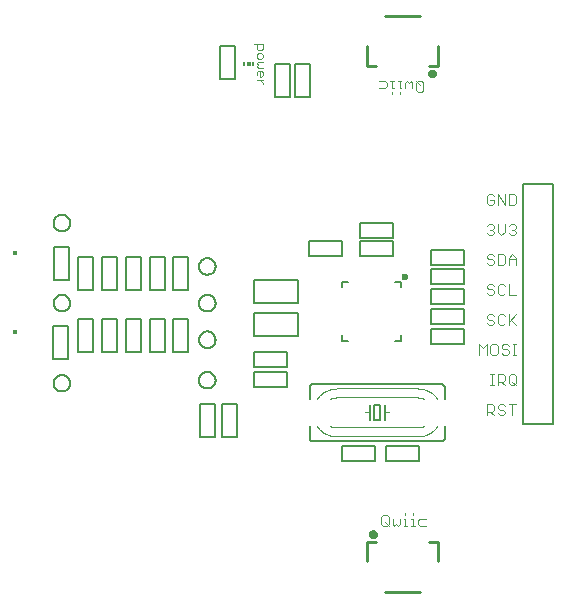
<source format=gbr>
G04 EAGLE Gerber RS-274X export*
G75*
%MOMM*%
%FSLAX34Y34*%
%LPD*%
%INSilkscreen Top*%
%IPPOS*%
%AMOC8*
5,1,8,0,0,1.08239X$1,22.5*%
G01*
%ADD10C,0.101600*%
%ADD11C,0.076200*%
%ADD12C,0.203200*%
%ADD13C,0.127000*%
%ADD14R,0.300000X0.300000*%
%ADD15C,0.200000*%
%ADD16C,0.600000*%
%ADD17C,0.050800*%
%ADD18C,0.152400*%
%ADD19C,0.400000*%
%ADD20C,0.254000*%
%ADD21R,0.150000X0.300000*%


D10*
X1057536Y341129D02*
X1056010Y342654D01*
X1052960Y342654D01*
X1051434Y341129D01*
X1051434Y335027D01*
X1052960Y333502D01*
X1056010Y333502D01*
X1057536Y335027D01*
X1057536Y338078D01*
X1054485Y338078D01*
X1060790Y333502D02*
X1060790Y342654D01*
X1066891Y333502D01*
X1066891Y342654D01*
X1070145Y342654D02*
X1070145Y333502D01*
X1074721Y333502D01*
X1076246Y335027D01*
X1076246Y341129D01*
X1074721Y342654D01*
X1070145Y342654D01*
X1052960Y317254D02*
X1051434Y315729D01*
X1052960Y317254D02*
X1056010Y317254D01*
X1057536Y315729D01*
X1057536Y314203D01*
X1056010Y312678D01*
X1054485Y312678D01*
X1056010Y312678D02*
X1057536Y311153D01*
X1057536Y309627D01*
X1056010Y308102D01*
X1052960Y308102D01*
X1051434Y309627D01*
X1060790Y311153D02*
X1060790Y317254D01*
X1060790Y311153D02*
X1063840Y308102D01*
X1066891Y311153D01*
X1066891Y317254D01*
X1070145Y315729D02*
X1071670Y317254D01*
X1074721Y317254D01*
X1076246Y315729D01*
X1076246Y314203D01*
X1074721Y312678D01*
X1073195Y312678D01*
X1074721Y312678D02*
X1076246Y311153D01*
X1076246Y309627D01*
X1074721Y308102D01*
X1071670Y308102D01*
X1070145Y309627D01*
X1056010Y292108D02*
X1057536Y290583D01*
X1056010Y292108D02*
X1052960Y292108D01*
X1051434Y290583D01*
X1051434Y289057D01*
X1052960Y287532D01*
X1056010Y287532D01*
X1057536Y286007D01*
X1057536Y284481D01*
X1056010Y282956D01*
X1052960Y282956D01*
X1051434Y284481D01*
X1060790Y282956D02*
X1060790Y292108D01*
X1060790Y282956D02*
X1065366Y282956D01*
X1066891Y284481D01*
X1066891Y290583D01*
X1065366Y292108D01*
X1060790Y292108D01*
X1070145Y289057D02*
X1070145Y282956D01*
X1070145Y289057D02*
X1073195Y292108D01*
X1076246Y289057D01*
X1076246Y282956D01*
X1076246Y287532D02*
X1070145Y287532D01*
X1056010Y266708D02*
X1057536Y265183D01*
X1056010Y266708D02*
X1052960Y266708D01*
X1051434Y265183D01*
X1051434Y263657D01*
X1052960Y262132D01*
X1056010Y262132D01*
X1057536Y260607D01*
X1057536Y259081D01*
X1056010Y257556D01*
X1052960Y257556D01*
X1051434Y259081D01*
X1065366Y266708D02*
X1066891Y265183D01*
X1065366Y266708D02*
X1062315Y266708D01*
X1060790Y265183D01*
X1060790Y259081D01*
X1062315Y257556D01*
X1065366Y257556D01*
X1066891Y259081D01*
X1070145Y257556D02*
X1070145Y266708D01*
X1070145Y257556D02*
X1076246Y257556D01*
X1057536Y239529D02*
X1056010Y241054D01*
X1052960Y241054D01*
X1051434Y239529D01*
X1051434Y238003D01*
X1052960Y236478D01*
X1056010Y236478D01*
X1057536Y234953D01*
X1057536Y233427D01*
X1056010Y231902D01*
X1052960Y231902D01*
X1051434Y233427D01*
X1065366Y241054D02*
X1066891Y239529D01*
X1065366Y241054D02*
X1062315Y241054D01*
X1060790Y239529D01*
X1060790Y233427D01*
X1062315Y231902D01*
X1065366Y231902D01*
X1066891Y233427D01*
X1070145Y231902D02*
X1070145Y241054D01*
X1070145Y234953D02*
X1076246Y241054D01*
X1071670Y236478D02*
X1076246Y231902D01*
X1045198Y215908D02*
X1045198Y206756D01*
X1048248Y212857D02*
X1045198Y215908D01*
X1048248Y212857D02*
X1051299Y215908D01*
X1051299Y206756D01*
X1056078Y215908D02*
X1059129Y215908D01*
X1056078Y215908D02*
X1054553Y214383D01*
X1054553Y208281D01*
X1056078Y206756D01*
X1059129Y206756D01*
X1060654Y208281D01*
X1060654Y214383D01*
X1059129Y215908D01*
X1068484Y215908D02*
X1070009Y214383D01*
X1068484Y215908D02*
X1065433Y215908D01*
X1063908Y214383D01*
X1063908Y212857D01*
X1065433Y211332D01*
X1068484Y211332D01*
X1070009Y209807D01*
X1070009Y208281D01*
X1068484Y206756D01*
X1065433Y206756D01*
X1063908Y208281D01*
X1073263Y206756D02*
X1076314Y206756D01*
X1074788Y206756D02*
X1074788Y215908D01*
X1073263Y215908D02*
X1076314Y215908D01*
X1057603Y181102D02*
X1054553Y181102D01*
X1056078Y181102D02*
X1056078Y190254D01*
X1054553Y190254D02*
X1057603Y190254D01*
X1060790Y190254D02*
X1060790Y181102D01*
X1060790Y190254D02*
X1065366Y190254D01*
X1066891Y188729D01*
X1066891Y185678D01*
X1065366Y184153D01*
X1060790Y184153D01*
X1063840Y184153D02*
X1066891Y181102D01*
X1070145Y182627D02*
X1070145Y188729D01*
X1071670Y190254D01*
X1074721Y190254D01*
X1076246Y188729D01*
X1076246Y182627D01*
X1074721Y181102D01*
X1071670Y181102D01*
X1070145Y182627D01*
X1073195Y184153D02*
X1076246Y181102D01*
X1051434Y164854D02*
X1051434Y155702D01*
X1051434Y164854D02*
X1056010Y164854D01*
X1057536Y163329D01*
X1057536Y160278D01*
X1056010Y158753D01*
X1051434Y158753D01*
X1054485Y158753D02*
X1057536Y155702D01*
X1065366Y164854D02*
X1066891Y163329D01*
X1065366Y164854D02*
X1062315Y164854D01*
X1060790Y163329D01*
X1060790Y161803D01*
X1062315Y160278D01*
X1065366Y160278D01*
X1066891Y158753D01*
X1066891Y157227D01*
X1065366Y155702D01*
X1062315Y155702D01*
X1060790Y157227D01*
X1073195Y155702D02*
X1073195Y164854D01*
X1070145Y164854D02*
X1076246Y164854D01*
D11*
X962279Y69687D02*
X962279Y63417D01*
X962279Y69687D02*
X963847Y71255D01*
X966982Y71255D01*
X968550Y69687D01*
X968550Y63417D01*
X966982Y61849D01*
X963847Y61849D01*
X962279Y63417D01*
X965414Y64984D02*
X968550Y61849D01*
X971634Y63417D02*
X971634Y68120D01*
X971634Y63417D02*
X973202Y61849D01*
X974770Y63417D01*
X976337Y61849D01*
X977905Y63417D01*
X977905Y68120D01*
X980989Y68120D02*
X982557Y68120D01*
X982557Y61849D01*
X980989Y61849D02*
X984125Y61849D01*
X982557Y71255D02*
X982557Y72823D01*
X987226Y68120D02*
X988794Y68120D01*
X988794Y61849D01*
X987226Y61849D02*
X990362Y61849D01*
X988794Y71255D02*
X988794Y72823D01*
X995031Y68120D02*
X999734Y68120D01*
X995031Y68120D02*
X993463Y66552D01*
X993463Y63417D01*
X995031Y61849D01*
X999734Y61849D01*
X997839Y430947D02*
X997839Y437217D01*
X997839Y430947D02*
X996271Y429379D01*
X993136Y429379D01*
X991568Y430947D01*
X991568Y437217D01*
X993136Y438785D01*
X996271Y438785D01*
X997839Y437217D01*
X994704Y435650D02*
X991568Y438785D01*
X988484Y437217D02*
X988484Y432514D01*
X988484Y437217D02*
X986916Y438785D01*
X985348Y437217D01*
X983781Y438785D01*
X982213Y437217D01*
X982213Y432514D01*
X979129Y432514D02*
X977561Y432514D01*
X977561Y438785D01*
X979129Y438785D02*
X975993Y438785D01*
X977561Y429379D02*
X977561Y427811D01*
X972892Y432514D02*
X971324Y432514D01*
X971324Y438785D01*
X969757Y438785D02*
X972892Y438785D01*
X971324Y429379D02*
X971324Y427811D01*
X965087Y432514D02*
X960384Y432514D01*
X965087Y432514D02*
X966655Y434082D01*
X966655Y437217D01*
X965087Y438785D01*
X960384Y438785D01*
X861784Y469773D02*
X854412Y469773D01*
X861784Y469773D02*
X861784Y466087D01*
X860555Y464858D01*
X858098Y464858D01*
X856869Y466087D01*
X856869Y469773D01*
X856869Y461060D02*
X856869Y458603D01*
X858098Y457374D01*
X860555Y457374D01*
X861784Y458603D01*
X861784Y461060D01*
X860555Y462289D01*
X858098Y462289D01*
X856869Y461060D01*
X858098Y454805D02*
X861784Y454805D01*
X858098Y454805D02*
X856869Y453576D01*
X858098Y452347D01*
X856869Y451119D01*
X858098Y449890D01*
X861784Y449890D01*
X856869Y446092D02*
X856869Y443634D01*
X856869Y446092D02*
X858098Y447321D01*
X860555Y447321D01*
X861784Y446092D01*
X861784Y443634D01*
X860555Y442406D01*
X859326Y442406D01*
X859326Y447321D01*
X856869Y439836D02*
X861784Y439836D01*
X861784Y437379D02*
X859326Y439836D01*
X861784Y437379D02*
X861784Y436150D01*
D12*
X891700Y270350D02*
X891700Y250350D01*
X854700Y250350D01*
X854700Y270350D01*
X891700Y270350D01*
X891700Y242410D02*
X891700Y222410D01*
X854700Y222410D01*
X854700Y242410D01*
X891700Y242410D01*
D13*
X758860Y261580D02*
X758860Y289520D01*
X758860Y261580D02*
X746160Y261580D01*
X746160Y289520D01*
X758860Y289520D01*
X758860Y237530D02*
X758860Y209590D01*
X746160Y209590D01*
X746160Y237530D01*
X758860Y237530D01*
X779140Y261580D02*
X779140Y289520D01*
X779140Y261580D02*
X766440Y261580D01*
X766440Y289520D01*
X779140Y289520D01*
X779140Y237530D02*
X779140Y209590D01*
X766440Y209590D01*
X766440Y237530D01*
X779140Y237530D01*
X738580Y261580D02*
X738580Y289520D01*
X738580Y261580D02*
X725880Y261580D01*
X725880Y289520D01*
X738580Y289520D01*
X738580Y237530D02*
X738580Y209590D01*
X725880Y209590D01*
X725880Y237530D01*
X738580Y237530D01*
X718300Y261580D02*
X718300Y289520D01*
X718300Y261580D02*
X705600Y261580D01*
X705600Y289520D01*
X718300Y289520D01*
X718300Y237530D02*
X718300Y209590D01*
X705600Y209590D01*
X705600Y237530D01*
X718300Y237530D01*
D12*
X807780Y281760D02*
X807782Y281932D01*
X807788Y282103D01*
X807799Y282275D01*
X807814Y282446D01*
X807833Y282617D01*
X807856Y282787D01*
X807883Y282957D01*
X807915Y283126D01*
X807950Y283294D01*
X807990Y283461D01*
X808034Y283627D01*
X808081Y283792D01*
X808133Y283956D01*
X808189Y284118D01*
X808249Y284279D01*
X808313Y284439D01*
X808381Y284597D01*
X808452Y284753D01*
X808527Y284907D01*
X808607Y285060D01*
X808689Y285210D01*
X808776Y285359D01*
X808866Y285505D01*
X808960Y285649D01*
X809057Y285791D01*
X809158Y285930D01*
X809262Y286067D01*
X809369Y286201D01*
X809480Y286332D01*
X809593Y286461D01*
X809710Y286587D01*
X809830Y286710D01*
X809953Y286830D01*
X810079Y286947D01*
X810208Y287060D01*
X810339Y287171D01*
X810473Y287278D01*
X810610Y287382D01*
X810749Y287483D01*
X810891Y287580D01*
X811035Y287674D01*
X811181Y287764D01*
X811330Y287851D01*
X811480Y287933D01*
X811633Y288013D01*
X811787Y288088D01*
X811943Y288159D01*
X812101Y288227D01*
X812261Y288291D01*
X812422Y288351D01*
X812584Y288407D01*
X812748Y288459D01*
X812913Y288506D01*
X813079Y288550D01*
X813246Y288590D01*
X813414Y288625D01*
X813583Y288657D01*
X813753Y288684D01*
X813923Y288707D01*
X814094Y288726D01*
X814265Y288741D01*
X814437Y288752D01*
X814608Y288758D01*
X814780Y288760D01*
X814952Y288758D01*
X815123Y288752D01*
X815295Y288741D01*
X815466Y288726D01*
X815637Y288707D01*
X815807Y288684D01*
X815977Y288657D01*
X816146Y288625D01*
X816314Y288590D01*
X816481Y288550D01*
X816647Y288506D01*
X816812Y288459D01*
X816976Y288407D01*
X817138Y288351D01*
X817299Y288291D01*
X817459Y288227D01*
X817617Y288159D01*
X817773Y288088D01*
X817927Y288013D01*
X818080Y287933D01*
X818230Y287851D01*
X818379Y287764D01*
X818525Y287674D01*
X818669Y287580D01*
X818811Y287483D01*
X818950Y287382D01*
X819087Y287278D01*
X819221Y287171D01*
X819352Y287060D01*
X819481Y286947D01*
X819607Y286830D01*
X819730Y286710D01*
X819850Y286587D01*
X819967Y286461D01*
X820080Y286332D01*
X820191Y286201D01*
X820298Y286067D01*
X820402Y285930D01*
X820503Y285791D01*
X820600Y285649D01*
X820694Y285505D01*
X820784Y285359D01*
X820871Y285210D01*
X820953Y285060D01*
X821033Y284907D01*
X821108Y284753D01*
X821179Y284597D01*
X821247Y284439D01*
X821311Y284279D01*
X821371Y284118D01*
X821427Y283956D01*
X821479Y283792D01*
X821526Y283627D01*
X821570Y283461D01*
X821610Y283294D01*
X821645Y283126D01*
X821677Y282957D01*
X821704Y282787D01*
X821727Y282617D01*
X821746Y282446D01*
X821761Y282275D01*
X821772Y282103D01*
X821778Y281932D01*
X821780Y281760D01*
X821778Y281588D01*
X821772Y281417D01*
X821761Y281245D01*
X821746Y281074D01*
X821727Y280903D01*
X821704Y280733D01*
X821677Y280563D01*
X821645Y280394D01*
X821610Y280226D01*
X821570Y280059D01*
X821526Y279893D01*
X821479Y279728D01*
X821427Y279564D01*
X821371Y279402D01*
X821311Y279241D01*
X821247Y279081D01*
X821179Y278923D01*
X821108Y278767D01*
X821033Y278613D01*
X820953Y278460D01*
X820871Y278310D01*
X820784Y278161D01*
X820694Y278015D01*
X820600Y277871D01*
X820503Y277729D01*
X820402Y277590D01*
X820298Y277453D01*
X820191Y277319D01*
X820080Y277188D01*
X819967Y277059D01*
X819850Y276933D01*
X819730Y276810D01*
X819607Y276690D01*
X819481Y276573D01*
X819352Y276460D01*
X819221Y276349D01*
X819087Y276242D01*
X818950Y276138D01*
X818811Y276037D01*
X818669Y275940D01*
X818525Y275846D01*
X818379Y275756D01*
X818230Y275669D01*
X818080Y275587D01*
X817927Y275507D01*
X817773Y275432D01*
X817617Y275361D01*
X817459Y275293D01*
X817299Y275229D01*
X817138Y275169D01*
X816976Y275113D01*
X816812Y275061D01*
X816647Y275014D01*
X816481Y274970D01*
X816314Y274930D01*
X816146Y274895D01*
X815977Y274863D01*
X815807Y274836D01*
X815637Y274813D01*
X815466Y274794D01*
X815295Y274779D01*
X815123Y274768D01*
X814952Y274762D01*
X814780Y274760D01*
X814608Y274762D01*
X814437Y274768D01*
X814265Y274779D01*
X814094Y274794D01*
X813923Y274813D01*
X813753Y274836D01*
X813583Y274863D01*
X813414Y274895D01*
X813246Y274930D01*
X813079Y274970D01*
X812913Y275014D01*
X812748Y275061D01*
X812584Y275113D01*
X812422Y275169D01*
X812261Y275229D01*
X812101Y275293D01*
X811943Y275361D01*
X811787Y275432D01*
X811633Y275507D01*
X811480Y275587D01*
X811330Y275669D01*
X811181Y275756D01*
X811035Y275846D01*
X810891Y275940D01*
X810749Y276037D01*
X810610Y276138D01*
X810473Y276242D01*
X810339Y276349D01*
X810208Y276460D01*
X810079Y276573D01*
X809953Y276690D01*
X809830Y276810D01*
X809710Y276933D01*
X809593Y277059D01*
X809480Y277188D01*
X809369Y277319D01*
X809262Y277453D01*
X809158Y277590D01*
X809057Y277729D01*
X808960Y277871D01*
X808866Y278015D01*
X808776Y278161D01*
X808689Y278310D01*
X808607Y278460D01*
X808527Y278613D01*
X808452Y278767D01*
X808381Y278923D01*
X808313Y279081D01*
X808249Y279241D01*
X808189Y279402D01*
X808133Y279564D01*
X808081Y279728D01*
X808034Y279893D01*
X807990Y280059D01*
X807950Y280226D01*
X807915Y280394D01*
X807883Y280563D01*
X807856Y280733D01*
X807833Y280903D01*
X807814Y281074D01*
X807799Y281245D01*
X807788Y281417D01*
X807782Y281588D01*
X807780Y281760D01*
X807780Y250730D02*
X807782Y250902D01*
X807788Y251073D01*
X807799Y251245D01*
X807814Y251416D01*
X807833Y251587D01*
X807856Y251757D01*
X807883Y251927D01*
X807915Y252096D01*
X807950Y252264D01*
X807990Y252431D01*
X808034Y252597D01*
X808081Y252762D01*
X808133Y252926D01*
X808189Y253088D01*
X808249Y253249D01*
X808313Y253409D01*
X808381Y253567D01*
X808452Y253723D01*
X808527Y253877D01*
X808607Y254030D01*
X808689Y254180D01*
X808776Y254329D01*
X808866Y254475D01*
X808960Y254619D01*
X809057Y254761D01*
X809158Y254900D01*
X809262Y255037D01*
X809369Y255171D01*
X809480Y255302D01*
X809593Y255431D01*
X809710Y255557D01*
X809830Y255680D01*
X809953Y255800D01*
X810079Y255917D01*
X810208Y256030D01*
X810339Y256141D01*
X810473Y256248D01*
X810610Y256352D01*
X810749Y256453D01*
X810891Y256550D01*
X811035Y256644D01*
X811181Y256734D01*
X811330Y256821D01*
X811480Y256903D01*
X811633Y256983D01*
X811787Y257058D01*
X811943Y257129D01*
X812101Y257197D01*
X812261Y257261D01*
X812422Y257321D01*
X812584Y257377D01*
X812748Y257429D01*
X812913Y257476D01*
X813079Y257520D01*
X813246Y257560D01*
X813414Y257595D01*
X813583Y257627D01*
X813753Y257654D01*
X813923Y257677D01*
X814094Y257696D01*
X814265Y257711D01*
X814437Y257722D01*
X814608Y257728D01*
X814780Y257730D01*
X814952Y257728D01*
X815123Y257722D01*
X815295Y257711D01*
X815466Y257696D01*
X815637Y257677D01*
X815807Y257654D01*
X815977Y257627D01*
X816146Y257595D01*
X816314Y257560D01*
X816481Y257520D01*
X816647Y257476D01*
X816812Y257429D01*
X816976Y257377D01*
X817138Y257321D01*
X817299Y257261D01*
X817459Y257197D01*
X817617Y257129D01*
X817773Y257058D01*
X817927Y256983D01*
X818080Y256903D01*
X818230Y256821D01*
X818379Y256734D01*
X818525Y256644D01*
X818669Y256550D01*
X818811Y256453D01*
X818950Y256352D01*
X819087Y256248D01*
X819221Y256141D01*
X819352Y256030D01*
X819481Y255917D01*
X819607Y255800D01*
X819730Y255680D01*
X819850Y255557D01*
X819967Y255431D01*
X820080Y255302D01*
X820191Y255171D01*
X820298Y255037D01*
X820402Y254900D01*
X820503Y254761D01*
X820600Y254619D01*
X820694Y254475D01*
X820784Y254329D01*
X820871Y254180D01*
X820953Y254030D01*
X821033Y253877D01*
X821108Y253723D01*
X821179Y253567D01*
X821247Y253409D01*
X821311Y253249D01*
X821371Y253088D01*
X821427Y252926D01*
X821479Y252762D01*
X821526Y252597D01*
X821570Y252431D01*
X821610Y252264D01*
X821645Y252096D01*
X821677Y251927D01*
X821704Y251757D01*
X821727Y251587D01*
X821746Y251416D01*
X821761Y251245D01*
X821772Y251073D01*
X821778Y250902D01*
X821780Y250730D01*
X821778Y250558D01*
X821772Y250387D01*
X821761Y250215D01*
X821746Y250044D01*
X821727Y249873D01*
X821704Y249703D01*
X821677Y249533D01*
X821645Y249364D01*
X821610Y249196D01*
X821570Y249029D01*
X821526Y248863D01*
X821479Y248698D01*
X821427Y248534D01*
X821371Y248372D01*
X821311Y248211D01*
X821247Y248051D01*
X821179Y247893D01*
X821108Y247737D01*
X821033Y247583D01*
X820953Y247430D01*
X820871Y247280D01*
X820784Y247131D01*
X820694Y246985D01*
X820600Y246841D01*
X820503Y246699D01*
X820402Y246560D01*
X820298Y246423D01*
X820191Y246289D01*
X820080Y246158D01*
X819967Y246029D01*
X819850Y245903D01*
X819730Y245780D01*
X819607Y245660D01*
X819481Y245543D01*
X819352Y245430D01*
X819221Y245319D01*
X819087Y245212D01*
X818950Y245108D01*
X818811Y245007D01*
X818669Y244910D01*
X818525Y244816D01*
X818379Y244726D01*
X818230Y244639D01*
X818080Y244557D01*
X817927Y244477D01*
X817773Y244402D01*
X817617Y244331D01*
X817459Y244263D01*
X817299Y244199D01*
X817138Y244139D01*
X816976Y244083D01*
X816812Y244031D01*
X816647Y243984D01*
X816481Y243940D01*
X816314Y243900D01*
X816146Y243865D01*
X815977Y243833D01*
X815807Y243806D01*
X815637Y243783D01*
X815466Y243764D01*
X815295Y243749D01*
X815123Y243738D01*
X814952Y243732D01*
X814780Y243730D01*
X814608Y243732D01*
X814437Y243738D01*
X814265Y243749D01*
X814094Y243764D01*
X813923Y243783D01*
X813753Y243806D01*
X813583Y243833D01*
X813414Y243865D01*
X813246Y243900D01*
X813079Y243940D01*
X812913Y243984D01*
X812748Y244031D01*
X812584Y244083D01*
X812422Y244139D01*
X812261Y244199D01*
X812101Y244263D01*
X811943Y244331D01*
X811787Y244402D01*
X811633Y244477D01*
X811480Y244557D01*
X811330Y244639D01*
X811181Y244726D01*
X811035Y244816D01*
X810891Y244910D01*
X810749Y245007D01*
X810610Y245108D01*
X810473Y245212D01*
X810339Y245319D01*
X810208Y245430D01*
X810079Y245543D01*
X809953Y245660D01*
X809830Y245780D01*
X809710Y245903D01*
X809593Y246029D01*
X809480Y246158D01*
X809369Y246289D01*
X809262Y246423D01*
X809158Y246560D01*
X809057Y246699D01*
X808960Y246841D01*
X808866Y246985D01*
X808776Y247131D01*
X808689Y247280D01*
X808607Y247430D01*
X808527Y247583D01*
X808452Y247737D01*
X808381Y247893D01*
X808313Y248051D01*
X808249Y248211D01*
X808189Y248372D01*
X808133Y248534D01*
X808081Y248698D01*
X808034Y248863D01*
X807990Y249029D01*
X807950Y249196D01*
X807915Y249364D01*
X807883Y249533D01*
X807856Y249703D01*
X807833Y249873D01*
X807814Y250044D01*
X807799Y250215D01*
X807788Y250387D01*
X807782Y250558D01*
X807780Y250730D01*
X807780Y219700D02*
X807782Y219872D01*
X807788Y220043D01*
X807799Y220215D01*
X807814Y220386D01*
X807833Y220557D01*
X807856Y220727D01*
X807883Y220897D01*
X807915Y221066D01*
X807950Y221234D01*
X807990Y221401D01*
X808034Y221567D01*
X808081Y221732D01*
X808133Y221896D01*
X808189Y222058D01*
X808249Y222219D01*
X808313Y222379D01*
X808381Y222537D01*
X808452Y222693D01*
X808527Y222847D01*
X808607Y223000D01*
X808689Y223150D01*
X808776Y223299D01*
X808866Y223445D01*
X808960Y223589D01*
X809057Y223731D01*
X809158Y223870D01*
X809262Y224007D01*
X809369Y224141D01*
X809480Y224272D01*
X809593Y224401D01*
X809710Y224527D01*
X809830Y224650D01*
X809953Y224770D01*
X810079Y224887D01*
X810208Y225000D01*
X810339Y225111D01*
X810473Y225218D01*
X810610Y225322D01*
X810749Y225423D01*
X810891Y225520D01*
X811035Y225614D01*
X811181Y225704D01*
X811330Y225791D01*
X811480Y225873D01*
X811633Y225953D01*
X811787Y226028D01*
X811943Y226099D01*
X812101Y226167D01*
X812261Y226231D01*
X812422Y226291D01*
X812584Y226347D01*
X812748Y226399D01*
X812913Y226446D01*
X813079Y226490D01*
X813246Y226530D01*
X813414Y226565D01*
X813583Y226597D01*
X813753Y226624D01*
X813923Y226647D01*
X814094Y226666D01*
X814265Y226681D01*
X814437Y226692D01*
X814608Y226698D01*
X814780Y226700D01*
X814952Y226698D01*
X815123Y226692D01*
X815295Y226681D01*
X815466Y226666D01*
X815637Y226647D01*
X815807Y226624D01*
X815977Y226597D01*
X816146Y226565D01*
X816314Y226530D01*
X816481Y226490D01*
X816647Y226446D01*
X816812Y226399D01*
X816976Y226347D01*
X817138Y226291D01*
X817299Y226231D01*
X817459Y226167D01*
X817617Y226099D01*
X817773Y226028D01*
X817927Y225953D01*
X818080Y225873D01*
X818230Y225791D01*
X818379Y225704D01*
X818525Y225614D01*
X818669Y225520D01*
X818811Y225423D01*
X818950Y225322D01*
X819087Y225218D01*
X819221Y225111D01*
X819352Y225000D01*
X819481Y224887D01*
X819607Y224770D01*
X819730Y224650D01*
X819850Y224527D01*
X819967Y224401D01*
X820080Y224272D01*
X820191Y224141D01*
X820298Y224007D01*
X820402Y223870D01*
X820503Y223731D01*
X820600Y223589D01*
X820694Y223445D01*
X820784Y223299D01*
X820871Y223150D01*
X820953Y223000D01*
X821033Y222847D01*
X821108Y222693D01*
X821179Y222537D01*
X821247Y222379D01*
X821311Y222219D01*
X821371Y222058D01*
X821427Y221896D01*
X821479Y221732D01*
X821526Y221567D01*
X821570Y221401D01*
X821610Y221234D01*
X821645Y221066D01*
X821677Y220897D01*
X821704Y220727D01*
X821727Y220557D01*
X821746Y220386D01*
X821761Y220215D01*
X821772Y220043D01*
X821778Y219872D01*
X821780Y219700D01*
X821778Y219528D01*
X821772Y219357D01*
X821761Y219185D01*
X821746Y219014D01*
X821727Y218843D01*
X821704Y218673D01*
X821677Y218503D01*
X821645Y218334D01*
X821610Y218166D01*
X821570Y217999D01*
X821526Y217833D01*
X821479Y217668D01*
X821427Y217504D01*
X821371Y217342D01*
X821311Y217181D01*
X821247Y217021D01*
X821179Y216863D01*
X821108Y216707D01*
X821033Y216553D01*
X820953Y216400D01*
X820871Y216250D01*
X820784Y216101D01*
X820694Y215955D01*
X820600Y215811D01*
X820503Y215669D01*
X820402Y215530D01*
X820298Y215393D01*
X820191Y215259D01*
X820080Y215128D01*
X819967Y214999D01*
X819850Y214873D01*
X819730Y214750D01*
X819607Y214630D01*
X819481Y214513D01*
X819352Y214400D01*
X819221Y214289D01*
X819087Y214182D01*
X818950Y214078D01*
X818811Y213977D01*
X818669Y213880D01*
X818525Y213786D01*
X818379Y213696D01*
X818230Y213609D01*
X818080Y213527D01*
X817927Y213447D01*
X817773Y213372D01*
X817617Y213301D01*
X817459Y213233D01*
X817299Y213169D01*
X817138Y213109D01*
X816976Y213053D01*
X816812Y213001D01*
X816647Y212954D01*
X816481Y212910D01*
X816314Y212870D01*
X816146Y212835D01*
X815977Y212803D01*
X815807Y212776D01*
X815637Y212753D01*
X815466Y212734D01*
X815295Y212719D01*
X815123Y212708D01*
X814952Y212702D01*
X814780Y212700D01*
X814608Y212702D01*
X814437Y212708D01*
X814265Y212719D01*
X814094Y212734D01*
X813923Y212753D01*
X813753Y212776D01*
X813583Y212803D01*
X813414Y212835D01*
X813246Y212870D01*
X813079Y212910D01*
X812913Y212954D01*
X812748Y213001D01*
X812584Y213053D01*
X812422Y213109D01*
X812261Y213169D01*
X812101Y213233D01*
X811943Y213301D01*
X811787Y213372D01*
X811633Y213447D01*
X811480Y213527D01*
X811330Y213609D01*
X811181Y213696D01*
X811035Y213786D01*
X810891Y213880D01*
X810749Y213977D01*
X810610Y214078D01*
X810473Y214182D01*
X810339Y214289D01*
X810208Y214400D01*
X810079Y214513D01*
X809953Y214630D01*
X809830Y214750D01*
X809710Y214873D01*
X809593Y214999D01*
X809480Y215128D01*
X809369Y215259D01*
X809262Y215393D01*
X809158Y215530D01*
X809057Y215669D01*
X808960Y215811D01*
X808866Y215955D01*
X808776Y216101D01*
X808689Y216250D01*
X808607Y216400D01*
X808527Y216553D01*
X808452Y216707D01*
X808381Y216863D01*
X808313Y217021D01*
X808249Y217181D01*
X808189Y217342D01*
X808133Y217504D01*
X808081Y217668D01*
X808034Y217833D01*
X807990Y217999D01*
X807950Y218166D01*
X807915Y218334D01*
X807883Y218503D01*
X807856Y218673D01*
X807833Y218843D01*
X807814Y219014D01*
X807799Y219185D01*
X807788Y219357D01*
X807782Y219528D01*
X807780Y219700D01*
X684670Y182870D02*
X684672Y183042D01*
X684678Y183213D01*
X684689Y183385D01*
X684704Y183556D01*
X684723Y183727D01*
X684746Y183897D01*
X684773Y184067D01*
X684805Y184236D01*
X684840Y184404D01*
X684880Y184571D01*
X684924Y184737D01*
X684971Y184902D01*
X685023Y185066D01*
X685079Y185228D01*
X685139Y185389D01*
X685203Y185549D01*
X685271Y185707D01*
X685342Y185863D01*
X685417Y186017D01*
X685497Y186170D01*
X685579Y186320D01*
X685666Y186469D01*
X685756Y186615D01*
X685850Y186759D01*
X685947Y186901D01*
X686048Y187040D01*
X686152Y187177D01*
X686259Y187311D01*
X686370Y187442D01*
X686483Y187571D01*
X686600Y187697D01*
X686720Y187820D01*
X686843Y187940D01*
X686969Y188057D01*
X687098Y188170D01*
X687229Y188281D01*
X687363Y188388D01*
X687500Y188492D01*
X687639Y188593D01*
X687781Y188690D01*
X687925Y188784D01*
X688071Y188874D01*
X688220Y188961D01*
X688370Y189043D01*
X688523Y189123D01*
X688677Y189198D01*
X688833Y189269D01*
X688991Y189337D01*
X689151Y189401D01*
X689312Y189461D01*
X689474Y189517D01*
X689638Y189569D01*
X689803Y189616D01*
X689969Y189660D01*
X690136Y189700D01*
X690304Y189735D01*
X690473Y189767D01*
X690643Y189794D01*
X690813Y189817D01*
X690984Y189836D01*
X691155Y189851D01*
X691327Y189862D01*
X691498Y189868D01*
X691670Y189870D01*
X691842Y189868D01*
X692013Y189862D01*
X692185Y189851D01*
X692356Y189836D01*
X692527Y189817D01*
X692697Y189794D01*
X692867Y189767D01*
X693036Y189735D01*
X693204Y189700D01*
X693371Y189660D01*
X693537Y189616D01*
X693702Y189569D01*
X693866Y189517D01*
X694028Y189461D01*
X694189Y189401D01*
X694349Y189337D01*
X694507Y189269D01*
X694663Y189198D01*
X694817Y189123D01*
X694970Y189043D01*
X695120Y188961D01*
X695269Y188874D01*
X695415Y188784D01*
X695559Y188690D01*
X695701Y188593D01*
X695840Y188492D01*
X695977Y188388D01*
X696111Y188281D01*
X696242Y188170D01*
X696371Y188057D01*
X696497Y187940D01*
X696620Y187820D01*
X696740Y187697D01*
X696857Y187571D01*
X696970Y187442D01*
X697081Y187311D01*
X697188Y187177D01*
X697292Y187040D01*
X697393Y186901D01*
X697490Y186759D01*
X697584Y186615D01*
X697674Y186469D01*
X697761Y186320D01*
X697843Y186170D01*
X697923Y186017D01*
X697998Y185863D01*
X698069Y185707D01*
X698137Y185549D01*
X698201Y185389D01*
X698261Y185228D01*
X698317Y185066D01*
X698369Y184902D01*
X698416Y184737D01*
X698460Y184571D01*
X698500Y184404D01*
X698535Y184236D01*
X698567Y184067D01*
X698594Y183897D01*
X698617Y183727D01*
X698636Y183556D01*
X698651Y183385D01*
X698662Y183213D01*
X698668Y183042D01*
X698670Y182870D01*
X698668Y182698D01*
X698662Y182527D01*
X698651Y182355D01*
X698636Y182184D01*
X698617Y182013D01*
X698594Y181843D01*
X698567Y181673D01*
X698535Y181504D01*
X698500Y181336D01*
X698460Y181169D01*
X698416Y181003D01*
X698369Y180838D01*
X698317Y180674D01*
X698261Y180512D01*
X698201Y180351D01*
X698137Y180191D01*
X698069Y180033D01*
X697998Y179877D01*
X697923Y179723D01*
X697843Y179570D01*
X697761Y179420D01*
X697674Y179271D01*
X697584Y179125D01*
X697490Y178981D01*
X697393Y178839D01*
X697292Y178700D01*
X697188Y178563D01*
X697081Y178429D01*
X696970Y178298D01*
X696857Y178169D01*
X696740Y178043D01*
X696620Y177920D01*
X696497Y177800D01*
X696371Y177683D01*
X696242Y177570D01*
X696111Y177459D01*
X695977Y177352D01*
X695840Y177248D01*
X695701Y177147D01*
X695559Y177050D01*
X695415Y176956D01*
X695269Y176866D01*
X695120Y176779D01*
X694970Y176697D01*
X694817Y176617D01*
X694663Y176542D01*
X694507Y176471D01*
X694349Y176403D01*
X694189Y176339D01*
X694028Y176279D01*
X693866Y176223D01*
X693702Y176171D01*
X693537Y176124D01*
X693371Y176080D01*
X693204Y176040D01*
X693036Y176005D01*
X692867Y175973D01*
X692697Y175946D01*
X692527Y175923D01*
X692356Y175904D01*
X692185Y175889D01*
X692013Y175878D01*
X691842Y175872D01*
X691670Y175870D01*
X691498Y175872D01*
X691327Y175878D01*
X691155Y175889D01*
X690984Y175904D01*
X690813Y175923D01*
X690643Y175946D01*
X690473Y175973D01*
X690304Y176005D01*
X690136Y176040D01*
X689969Y176080D01*
X689803Y176124D01*
X689638Y176171D01*
X689474Y176223D01*
X689312Y176279D01*
X689151Y176339D01*
X688991Y176403D01*
X688833Y176471D01*
X688677Y176542D01*
X688523Y176617D01*
X688370Y176697D01*
X688220Y176779D01*
X688071Y176866D01*
X687925Y176956D01*
X687781Y177050D01*
X687639Y177147D01*
X687500Y177248D01*
X687363Y177352D01*
X687229Y177459D01*
X687098Y177570D01*
X686969Y177683D01*
X686843Y177800D01*
X686720Y177920D01*
X686600Y178043D01*
X686483Y178169D01*
X686370Y178298D01*
X686259Y178429D01*
X686152Y178563D01*
X686048Y178700D01*
X685947Y178839D01*
X685850Y178981D01*
X685756Y179125D01*
X685666Y179271D01*
X685579Y179420D01*
X685497Y179570D01*
X685417Y179723D01*
X685342Y179877D01*
X685271Y180033D01*
X685203Y180191D01*
X685139Y180351D01*
X685079Y180512D01*
X685023Y180674D01*
X684971Y180838D01*
X684924Y181003D01*
X684880Y181169D01*
X684840Y181336D01*
X684805Y181504D01*
X684773Y181673D01*
X684746Y181843D01*
X684723Y182013D01*
X684704Y182184D01*
X684689Y182355D01*
X684678Y182527D01*
X684672Y182698D01*
X684670Y182870D01*
X684670Y318590D02*
X684672Y318762D01*
X684678Y318933D01*
X684689Y319105D01*
X684704Y319276D01*
X684723Y319447D01*
X684746Y319617D01*
X684773Y319787D01*
X684805Y319956D01*
X684840Y320124D01*
X684880Y320291D01*
X684924Y320457D01*
X684971Y320622D01*
X685023Y320786D01*
X685079Y320948D01*
X685139Y321109D01*
X685203Y321269D01*
X685271Y321427D01*
X685342Y321583D01*
X685417Y321737D01*
X685497Y321890D01*
X685579Y322040D01*
X685666Y322189D01*
X685756Y322335D01*
X685850Y322479D01*
X685947Y322621D01*
X686048Y322760D01*
X686152Y322897D01*
X686259Y323031D01*
X686370Y323162D01*
X686483Y323291D01*
X686600Y323417D01*
X686720Y323540D01*
X686843Y323660D01*
X686969Y323777D01*
X687098Y323890D01*
X687229Y324001D01*
X687363Y324108D01*
X687500Y324212D01*
X687639Y324313D01*
X687781Y324410D01*
X687925Y324504D01*
X688071Y324594D01*
X688220Y324681D01*
X688370Y324763D01*
X688523Y324843D01*
X688677Y324918D01*
X688833Y324989D01*
X688991Y325057D01*
X689151Y325121D01*
X689312Y325181D01*
X689474Y325237D01*
X689638Y325289D01*
X689803Y325336D01*
X689969Y325380D01*
X690136Y325420D01*
X690304Y325455D01*
X690473Y325487D01*
X690643Y325514D01*
X690813Y325537D01*
X690984Y325556D01*
X691155Y325571D01*
X691327Y325582D01*
X691498Y325588D01*
X691670Y325590D01*
X691842Y325588D01*
X692013Y325582D01*
X692185Y325571D01*
X692356Y325556D01*
X692527Y325537D01*
X692697Y325514D01*
X692867Y325487D01*
X693036Y325455D01*
X693204Y325420D01*
X693371Y325380D01*
X693537Y325336D01*
X693702Y325289D01*
X693866Y325237D01*
X694028Y325181D01*
X694189Y325121D01*
X694349Y325057D01*
X694507Y324989D01*
X694663Y324918D01*
X694817Y324843D01*
X694970Y324763D01*
X695120Y324681D01*
X695269Y324594D01*
X695415Y324504D01*
X695559Y324410D01*
X695701Y324313D01*
X695840Y324212D01*
X695977Y324108D01*
X696111Y324001D01*
X696242Y323890D01*
X696371Y323777D01*
X696497Y323660D01*
X696620Y323540D01*
X696740Y323417D01*
X696857Y323291D01*
X696970Y323162D01*
X697081Y323031D01*
X697188Y322897D01*
X697292Y322760D01*
X697393Y322621D01*
X697490Y322479D01*
X697584Y322335D01*
X697674Y322189D01*
X697761Y322040D01*
X697843Y321890D01*
X697923Y321737D01*
X697998Y321583D01*
X698069Y321427D01*
X698137Y321269D01*
X698201Y321109D01*
X698261Y320948D01*
X698317Y320786D01*
X698369Y320622D01*
X698416Y320457D01*
X698460Y320291D01*
X698500Y320124D01*
X698535Y319956D01*
X698567Y319787D01*
X698594Y319617D01*
X698617Y319447D01*
X698636Y319276D01*
X698651Y319105D01*
X698662Y318933D01*
X698668Y318762D01*
X698670Y318590D01*
X698668Y318418D01*
X698662Y318247D01*
X698651Y318075D01*
X698636Y317904D01*
X698617Y317733D01*
X698594Y317563D01*
X698567Y317393D01*
X698535Y317224D01*
X698500Y317056D01*
X698460Y316889D01*
X698416Y316723D01*
X698369Y316558D01*
X698317Y316394D01*
X698261Y316232D01*
X698201Y316071D01*
X698137Y315911D01*
X698069Y315753D01*
X697998Y315597D01*
X697923Y315443D01*
X697843Y315290D01*
X697761Y315140D01*
X697674Y314991D01*
X697584Y314845D01*
X697490Y314701D01*
X697393Y314559D01*
X697292Y314420D01*
X697188Y314283D01*
X697081Y314149D01*
X696970Y314018D01*
X696857Y313889D01*
X696740Y313763D01*
X696620Y313640D01*
X696497Y313520D01*
X696371Y313403D01*
X696242Y313290D01*
X696111Y313179D01*
X695977Y313072D01*
X695840Y312968D01*
X695701Y312867D01*
X695559Y312770D01*
X695415Y312676D01*
X695269Y312586D01*
X695120Y312499D01*
X694970Y312417D01*
X694817Y312337D01*
X694663Y312262D01*
X694507Y312191D01*
X694349Y312123D01*
X694189Y312059D01*
X694028Y311999D01*
X693866Y311943D01*
X693702Y311891D01*
X693537Y311844D01*
X693371Y311800D01*
X693204Y311760D01*
X693036Y311725D01*
X692867Y311693D01*
X692697Y311666D01*
X692527Y311643D01*
X692356Y311624D01*
X692185Y311609D01*
X692013Y311598D01*
X691842Y311592D01*
X691670Y311590D01*
X691498Y311592D01*
X691327Y311598D01*
X691155Y311609D01*
X690984Y311624D01*
X690813Y311643D01*
X690643Y311666D01*
X690473Y311693D01*
X690304Y311725D01*
X690136Y311760D01*
X689969Y311800D01*
X689803Y311844D01*
X689638Y311891D01*
X689474Y311943D01*
X689312Y311999D01*
X689151Y312059D01*
X688991Y312123D01*
X688833Y312191D01*
X688677Y312262D01*
X688523Y312337D01*
X688370Y312417D01*
X688220Y312499D01*
X688071Y312586D01*
X687925Y312676D01*
X687781Y312770D01*
X687639Y312867D01*
X687500Y312968D01*
X687363Y313072D01*
X687229Y313179D01*
X687098Y313290D01*
X686969Y313403D01*
X686843Y313520D01*
X686720Y313640D01*
X686600Y313763D01*
X686483Y313889D01*
X686370Y314018D01*
X686259Y314149D01*
X686152Y314283D01*
X686048Y314420D01*
X685947Y314559D01*
X685850Y314701D01*
X685756Y314845D01*
X685666Y314991D01*
X685579Y315140D01*
X685497Y315290D01*
X685417Y315443D01*
X685342Y315597D01*
X685271Y315753D01*
X685203Y315911D01*
X685139Y316071D01*
X685079Y316232D01*
X685023Y316394D01*
X684971Y316558D01*
X684924Y316723D01*
X684880Y316889D01*
X684840Y317056D01*
X684805Y317224D01*
X684773Y317393D01*
X684746Y317563D01*
X684723Y317733D01*
X684704Y317904D01*
X684689Y318075D01*
X684678Y318247D01*
X684672Y318418D01*
X684670Y318590D01*
X684710Y250730D02*
X684712Y250902D01*
X684718Y251073D01*
X684729Y251245D01*
X684744Y251416D01*
X684763Y251587D01*
X684786Y251757D01*
X684813Y251927D01*
X684845Y252096D01*
X684880Y252264D01*
X684920Y252431D01*
X684964Y252597D01*
X685011Y252762D01*
X685063Y252926D01*
X685119Y253088D01*
X685179Y253249D01*
X685243Y253409D01*
X685311Y253567D01*
X685382Y253723D01*
X685457Y253877D01*
X685537Y254030D01*
X685619Y254180D01*
X685706Y254329D01*
X685796Y254475D01*
X685890Y254619D01*
X685987Y254761D01*
X686088Y254900D01*
X686192Y255037D01*
X686299Y255171D01*
X686410Y255302D01*
X686523Y255431D01*
X686640Y255557D01*
X686760Y255680D01*
X686883Y255800D01*
X687009Y255917D01*
X687138Y256030D01*
X687269Y256141D01*
X687403Y256248D01*
X687540Y256352D01*
X687679Y256453D01*
X687821Y256550D01*
X687965Y256644D01*
X688111Y256734D01*
X688260Y256821D01*
X688410Y256903D01*
X688563Y256983D01*
X688717Y257058D01*
X688873Y257129D01*
X689031Y257197D01*
X689191Y257261D01*
X689352Y257321D01*
X689514Y257377D01*
X689678Y257429D01*
X689843Y257476D01*
X690009Y257520D01*
X690176Y257560D01*
X690344Y257595D01*
X690513Y257627D01*
X690683Y257654D01*
X690853Y257677D01*
X691024Y257696D01*
X691195Y257711D01*
X691367Y257722D01*
X691538Y257728D01*
X691710Y257730D01*
X691882Y257728D01*
X692053Y257722D01*
X692225Y257711D01*
X692396Y257696D01*
X692567Y257677D01*
X692737Y257654D01*
X692907Y257627D01*
X693076Y257595D01*
X693244Y257560D01*
X693411Y257520D01*
X693577Y257476D01*
X693742Y257429D01*
X693906Y257377D01*
X694068Y257321D01*
X694229Y257261D01*
X694389Y257197D01*
X694547Y257129D01*
X694703Y257058D01*
X694857Y256983D01*
X695010Y256903D01*
X695160Y256821D01*
X695309Y256734D01*
X695455Y256644D01*
X695599Y256550D01*
X695741Y256453D01*
X695880Y256352D01*
X696017Y256248D01*
X696151Y256141D01*
X696282Y256030D01*
X696411Y255917D01*
X696537Y255800D01*
X696660Y255680D01*
X696780Y255557D01*
X696897Y255431D01*
X697010Y255302D01*
X697121Y255171D01*
X697228Y255037D01*
X697332Y254900D01*
X697433Y254761D01*
X697530Y254619D01*
X697624Y254475D01*
X697714Y254329D01*
X697801Y254180D01*
X697883Y254030D01*
X697963Y253877D01*
X698038Y253723D01*
X698109Y253567D01*
X698177Y253409D01*
X698241Y253249D01*
X698301Y253088D01*
X698357Y252926D01*
X698409Y252762D01*
X698456Y252597D01*
X698500Y252431D01*
X698540Y252264D01*
X698575Y252096D01*
X698607Y251927D01*
X698634Y251757D01*
X698657Y251587D01*
X698676Y251416D01*
X698691Y251245D01*
X698702Y251073D01*
X698708Y250902D01*
X698710Y250730D01*
X698708Y250558D01*
X698702Y250387D01*
X698691Y250215D01*
X698676Y250044D01*
X698657Y249873D01*
X698634Y249703D01*
X698607Y249533D01*
X698575Y249364D01*
X698540Y249196D01*
X698500Y249029D01*
X698456Y248863D01*
X698409Y248698D01*
X698357Y248534D01*
X698301Y248372D01*
X698241Y248211D01*
X698177Y248051D01*
X698109Y247893D01*
X698038Y247737D01*
X697963Y247583D01*
X697883Y247430D01*
X697801Y247280D01*
X697714Y247131D01*
X697624Y246985D01*
X697530Y246841D01*
X697433Y246699D01*
X697332Y246560D01*
X697228Y246423D01*
X697121Y246289D01*
X697010Y246158D01*
X696897Y246029D01*
X696780Y245903D01*
X696660Y245780D01*
X696537Y245660D01*
X696411Y245543D01*
X696282Y245430D01*
X696151Y245319D01*
X696017Y245212D01*
X695880Y245108D01*
X695741Y245007D01*
X695599Y244910D01*
X695455Y244816D01*
X695309Y244726D01*
X695160Y244639D01*
X695010Y244557D01*
X694857Y244477D01*
X694703Y244402D01*
X694547Y244331D01*
X694389Y244263D01*
X694229Y244199D01*
X694068Y244139D01*
X693906Y244083D01*
X693742Y244031D01*
X693577Y243984D01*
X693411Y243940D01*
X693244Y243900D01*
X693076Y243865D01*
X692907Y243833D01*
X692737Y243806D01*
X692567Y243783D01*
X692396Y243764D01*
X692225Y243749D01*
X692053Y243738D01*
X691882Y243732D01*
X691710Y243730D01*
X691538Y243732D01*
X691367Y243738D01*
X691195Y243749D01*
X691024Y243764D01*
X690853Y243783D01*
X690683Y243806D01*
X690513Y243833D01*
X690344Y243865D01*
X690176Y243900D01*
X690009Y243940D01*
X689843Y243984D01*
X689678Y244031D01*
X689514Y244083D01*
X689352Y244139D01*
X689191Y244199D01*
X689031Y244263D01*
X688873Y244331D01*
X688717Y244402D01*
X688563Y244477D01*
X688410Y244557D01*
X688260Y244639D01*
X688111Y244726D01*
X687965Y244816D01*
X687821Y244910D01*
X687679Y245007D01*
X687540Y245108D01*
X687403Y245212D01*
X687269Y245319D01*
X687138Y245430D01*
X687009Y245543D01*
X686883Y245660D01*
X686760Y245780D01*
X686640Y245903D01*
X686523Y246029D01*
X686410Y246158D01*
X686299Y246289D01*
X686192Y246423D01*
X686088Y246560D01*
X685987Y246699D01*
X685890Y246841D01*
X685796Y246985D01*
X685706Y247131D01*
X685619Y247280D01*
X685537Y247430D01*
X685457Y247583D01*
X685382Y247737D01*
X685311Y247893D01*
X685243Y248051D01*
X685179Y248211D01*
X685119Y248372D01*
X685063Y248534D01*
X685011Y248698D01*
X684964Y248863D01*
X684920Y249029D01*
X684880Y249196D01*
X684845Y249364D01*
X684813Y249533D01*
X684786Y249703D01*
X684763Y249873D01*
X684744Y250044D01*
X684729Y250215D01*
X684718Y250387D01*
X684712Y250558D01*
X684710Y250730D01*
D13*
X854618Y192652D02*
X882558Y192652D01*
X882558Y179952D01*
X854618Y179952D01*
X854618Y192652D01*
X854618Y196636D02*
X882558Y196636D01*
X854618Y196636D02*
X854618Y209336D01*
X882558Y209336D01*
X882558Y196636D01*
X826864Y165048D02*
X826864Y137108D01*
X826864Y165048D02*
X839564Y165048D01*
X839564Y137108D01*
X826864Y137108D01*
X808430Y137200D02*
X808430Y165140D01*
X821130Y165140D01*
X821130Y137200D01*
X808430Y137200D01*
D12*
X807780Y185420D02*
X807782Y185592D01*
X807788Y185763D01*
X807799Y185935D01*
X807814Y186106D01*
X807833Y186277D01*
X807856Y186447D01*
X807883Y186617D01*
X807915Y186786D01*
X807950Y186954D01*
X807990Y187121D01*
X808034Y187287D01*
X808081Y187452D01*
X808133Y187616D01*
X808189Y187778D01*
X808249Y187939D01*
X808313Y188099D01*
X808381Y188257D01*
X808452Y188413D01*
X808527Y188567D01*
X808607Y188720D01*
X808689Y188870D01*
X808776Y189019D01*
X808866Y189165D01*
X808960Y189309D01*
X809057Y189451D01*
X809158Y189590D01*
X809262Y189727D01*
X809369Y189861D01*
X809480Y189992D01*
X809593Y190121D01*
X809710Y190247D01*
X809830Y190370D01*
X809953Y190490D01*
X810079Y190607D01*
X810208Y190720D01*
X810339Y190831D01*
X810473Y190938D01*
X810610Y191042D01*
X810749Y191143D01*
X810891Y191240D01*
X811035Y191334D01*
X811181Y191424D01*
X811330Y191511D01*
X811480Y191593D01*
X811633Y191673D01*
X811787Y191748D01*
X811943Y191819D01*
X812101Y191887D01*
X812261Y191951D01*
X812422Y192011D01*
X812584Y192067D01*
X812748Y192119D01*
X812913Y192166D01*
X813079Y192210D01*
X813246Y192250D01*
X813414Y192285D01*
X813583Y192317D01*
X813753Y192344D01*
X813923Y192367D01*
X814094Y192386D01*
X814265Y192401D01*
X814437Y192412D01*
X814608Y192418D01*
X814780Y192420D01*
X814952Y192418D01*
X815123Y192412D01*
X815295Y192401D01*
X815466Y192386D01*
X815637Y192367D01*
X815807Y192344D01*
X815977Y192317D01*
X816146Y192285D01*
X816314Y192250D01*
X816481Y192210D01*
X816647Y192166D01*
X816812Y192119D01*
X816976Y192067D01*
X817138Y192011D01*
X817299Y191951D01*
X817459Y191887D01*
X817617Y191819D01*
X817773Y191748D01*
X817927Y191673D01*
X818080Y191593D01*
X818230Y191511D01*
X818379Y191424D01*
X818525Y191334D01*
X818669Y191240D01*
X818811Y191143D01*
X818950Y191042D01*
X819087Y190938D01*
X819221Y190831D01*
X819352Y190720D01*
X819481Y190607D01*
X819607Y190490D01*
X819730Y190370D01*
X819850Y190247D01*
X819967Y190121D01*
X820080Y189992D01*
X820191Y189861D01*
X820298Y189727D01*
X820402Y189590D01*
X820503Y189451D01*
X820600Y189309D01*
X820694Y189165D01*
X820784Y189019D01*
X820871Y188870D01*
X820953Y188720D01*
X821033Y188567D01*
X821108Y188413D01*
X821179Y188257D01*
X821247Y188099D01*
X821311Y187939D01*
X821371Y187778D01*
X821427Y187616D01*
X821479Y187452D01*
X821526Y187287D01*
X821570Y187121D01*
X821610Y186954D01*
X821645Y186786D01*
X821677Y186617D01*
X821704Y186447D01*
X821727Y186277D01*
X821746Y186106D01*
X821761Y185935D01*
X821772Y185763D01*
X821778Y185592D01*
X821780Y185420D01*
X821778Y185248D01*
X821772Y185077D01*
X821761Y184905D01*
X821746Y184734D01*
X821727Y184563D01*
X821704Y184393D01*
X821677Y184223D01*
X821645Y184054D01*
X821610Y183886D01*
X821570Y183719D01*
X821526Y183553D01*
X821479Y183388D01*
X821427Y183224D01*
X821371Y183062D01*
X821311Y182901D01*
X821247Y182741D01*
X821179Y182583D01*
X821108Y182427D01*
X821033Y182273D01*
X820953Y182120D01*
X820871Y181970D01*
X820784Y181821D01*
X820694Y181675D01*
X820600Y181531D01*
X820503Y181389D01*
X820402Y181250D01*
X820298Y181113D01*
X820191Y180979D01*
X820080Y180848D01*
X819967Y180719D01*
X819850Y180593D01*
X819730Y180470D01*
X819607Y180350D01*
X819481Y180233D01*
X819352Y180120D01*
X819221Y180009D01*
X819087Y179902D01*
X818950Y179798D01*
X818811Y179697D01*
X818669Y179600D01*
X818525Y179506D01*
X818379Y179416D01*
X818230Y179329D01*
X818080Y179247D01*
X817927Y179167D01*
X817773Y179092D01*
X817617Y179021D01*
X817459Y178953D01*
X817299Y178889D01*
X817138Y178829D01*
X816976Y178773D01*
X816812Y178721D01*
X816647Y178674D01*
X816481Y178630D01*
X816314Y178590D01*
X816146Y178555D01*
X815977Y178523D01*
X815807Y178496D01*
X815637Y178473D01*
X815466Y178454D01*
X815295Y178439D01*
X815123Y178428D01*
X814952Y178422D01*
X814780Y178420D01*
X814608Y178422D01*
X814437Y178428D01*
X814265Y178439D01*
X814094Y178454D01*
X813923Y178473D01*
X813753Y178496D01*
X813583Y178523D01*
X813414Y178555D01*
X813246Y178590D01*
X813079Y178630D01*
X812913Y178674D01*
X812748Y178721D01*
X812584Y178773D01*
X812422Y178829D01*
X812261Y178889D01*
X812101Y178953D01*
X811943Y179021D01*
X811787Y179092D01*
X811633Y179167D01*
X811480Y179247D01*
X811330Y179329D01*
X811181Y179416D01*
X811035Y179506D01*
X810891Y179600D01*
X810749Y179697D01*
X810610Y179798D01*
X810473Y179902D01*
X810339Y180009D01*
X810208Y180120D01*
X810079Y180233D01*
X809953Y180350D01*
X809830Y180470D01*
X809710Y180593D01*
X809593Y180719D01*
X809480Y180848D01*
X809369Y180979D01*
X809262Y181113D01*
X809158Y181250D01*
X809057Y181389D01*
X808960Y181531D01*
X808866Y181675D01*
X808776Y181821D01*
X808689Y181970D01*
X808607Y182120D01*
X808527Y182273D01*
X808452Y182427D01*
X808381Y182583D01*
X808313Y182741D01*
X808249Y182901D01*
X808189Y183062D01*
X808133Y183224D01*
X808081Y183388D01*
X808034Y183553D01*
X807990Y183719D01*
X807950Y183886D01*
X807915Y184054D01*
X807883Y184223D01*
X807856Y184393D01*
X807833Y184563D01*
X807814Y184734D01*
X807799Y184905D01*
X807788Y185077D01*
X807782Y185248D01*
X807780Y185420D01*
D13*
X697980Y270550D02*
X697980Y298490D01*
X697980Y270550D02*
X685280Y270550D01*
X685280Y298490D01*
X697980Y298490D01*
X696750Y231100D02*
X696750Y203160D01*
X684050Y203160D01*
X684050Y231100D01*
X696750Y231100D01*
D14*
X652220Y293370D03*
X652220Y226060D03*
D13*
X785490Y261580D02*
X785490Y289520D01*
X798190Y289520D01*
X798190Y261580D01*
X785490Y261580D01*
X785490Y237530D02*
X785490Y209590D01*
X785490Y237530D02*
X798190Y237530D01*
X798190Y209590D01*
X785490Y209590D01*
D15*
X979024Y263840D02*
X979024Y268840D01*
X974024Y268840D01*
X979024Y223840D02*
X979024Y218840D01*
X974024Y218840D01*
X934024Y268840D02*
X929024Y268840D01*
X929024Y263840D01*
X929024Y218840D02*
X934024Y218840D01*
X929024Y218840D02*
X929024Y223840D01*
D16*
X982024Y272840D03*
D17*
X1009687Y146558D02*
X1009404Y146153D01*
X1009111Y145754D01*
X1008808Y145363D01*
X1008496Y144979D01*
X1008175Y144603D01*
X1007845Y144235D01*
X1007506Y143875D01*
X1007158Y143524D01*
X1006802Y143181D01*
X1006438Y142846D01*
X1006065Y142521D01*
X1005685Y142205D01*
X1005297Y141898D01*
X1004902Y141601D01*
X1004500Y141313D01*
X1004090Y141036D01*
X1003675Y140768D01*
X1003252Y140511D01*
X1002824Y140264D01*
X1002390Y140027D01*
X1001950Y139801D01*
X1001505Y139586D01*
X1001055Y139381D01*
X1000599Y139188D01*
X1000140Y139006D01*
X999676Y138835D01*
X999208Y138676D01*
X998736Y138527D01*
X998261Y138391D01*
X997782Y138266D01*
X997301Y138153D01*
X996817Y138051D01*
X996331Y137961D01*
X995842Y137883D01*
X995352Y137817D01*
X994861Y137763D01*
X994368Y137721D01*
X993874Y137691D01*
X993380Y137673D01*
X992886Y137667D01*
D18*
X1015746Y136398D02*
X1015746Y146558D01*
D17*
X924306Y137668D02*
X923812Y137674D01*
X923318Y137692D01*
X922824Y137722D01*
X922332Y137764D01*
X921840Y137818D01*
X921350Y137884D01*
X920862Y137962D01*
X920375Y138052D01*
X919892Y138153D01*
X919410Y138267D01*
X918932Y138392D01*
X918457Y138528D01*
X917985Y138676D01*
X917517Y138836D01*
X917053Y139007D01*
X916593Y139189D01*
X916138Y139382D01*
X915687Y139586D01*
X915242Y139801D01*
X914802Y140027D01*
X914368Y140264D01*
X913940Y140511D01*
X913518Y140768D01*
X913102Y141036D01*
X912693Y141314D01*
X912290Y141601D01*
X911895Y141898D01*
X911507Y142205D01*
X911127Y142521D01*
X910755Y142847D01*
X910390Y143181D01*
X910034Y143524D01*
X909686Y143875D01*
X909347Y144235D01*
X909017Y144603D01*
X908696Y144979D01*
X908384Y145363D01*
X908081Y145754D01*
X907789Y146153D01*
X907505Y146558D01*
D18*
X901446Y146558D02*
X901446Y136398D01*
D17*
X924306Y170688D02*
X992886Y170688D01*
X992886Y178308D02*
X924306Y178308D01*
X924306Y145288D02*
X992886Y145288D01*
D18*
X1013206Y182118D02*
X903986Y182118D01*
X903886Y182116D01*
X903787Y182110D01*
X903687Y182100D01*
X903589Y182087D01*
X903490Y182069D01*
X903393Y182048D01*
X903297Y182023D01*
X903201Y181994D01*
X903107Y181961D01*
X903014Y181925D01*
X902923Y181885D01*
X902833Y181841D01*
X902745Y181794D01*
X902659Y181744D01*
X902575Y181690D01*
X902493Y181633D01*
X902414Y181573D01*
X902336Y181509D01*
X902262Y181443D01*
X902190Y181374D01*
X902121Y181302D01*
X902055Y181228D01*
X901991Y181150D01*
X901931Y181071D01*
X901874Y180989D01*
X901820Y180905D01*
X901770Y180819D01*
X901723Y180731D01*
X901679Y180641D01*
X901639Y180550D01*
X901603Y180457D01*
X901570Y180363D01*
X901541Y180267D01*
X901516Y180171D01*
X901495Y180074D01*
X901477Y179975D01*
X901464Y179877D01*
X901454Y179777D01*
X901448Y179678D01*
X901446Y179578D01*
X901446Y169418D01*
D17*
X918770Y169418D02*
X919043Y169546D01*
X919319Y169668D01*
X919598Y169783D01*
X919879Y169891D01*
X920163Y169993D01*
X920449Y170088D01*
X920737Y170176D01*
X921027Y170258D01*
X921320Y170332D01*
X921613Y170399D01*
X921909Y170460D01*
X922205Y170513D01*
X922503Y170559D01*
X922802Y170599D01*
X923102Y170631D01*
X923403Y170656D01*
X923703Y170674D01*
X924005Y170684D01*
X924306Y170688D01*
X918770Y146558D02*
X919043Y146430D01*
X919319Y146308D01*
X919598Y146193D01*
X919879Y146085D01*
X920163Y145983D01*
X920449Y145888D01*
X920737Y145800D01*
X921027Y145718D01*
X921320Y145644D01*
X921613Y145577D01*
X921909Y145516D01*
X922205Y145463D01*
X922503Y145417D01*
X922802Y145377D01*
X923102Y145345D01*
X923403Y145320D01*
X923703Y145302D01*
X924005Y145292D01*
X924306Y145288D01*
X907506Y169417D02*
X907789Y169822D01*
X908082Y170221D01*
X908384Y170612D01*
X908696Y170996D01*
X909017Y171372D01*
X909347Y171740D01*
X909686Y172100D01*
X910034Y172451D01*
X910390Y172794D01*
X910755Y173129D01*
X911127Y173454D01*
X911507Y173770D01*
X911895Y174077D01*
X912290Y174374D01*
X912693Y174662D01*
X913102Y174939D01*
X913517Y175207D01*
X913940Y175464D01*
X914368Y175711D01*
X914802Y175948D01*
X915242Y176174D01*
X915687Y176389D01*
X916137Y176593D01*
X916593Y176787D01*
X917052Y176969D01*
X917516Y177140D01*
X917984Y177299D01*
X918456Y177447D01*
X918931Y177584D01*
X919410Y177709D01*
X919891Y177822D01*
X920375Y177924D01*
X920861Y178014D01*
X921349Y178092D01*
X921839Y178158D01*
X922331Y178212D01*
X922824Y178254D01*
X923317Y178284D01*
X923811Y178302D01*
X924306Y178308D01*
X992886Y178308D02*
X993380Y178302D01*
X993874Y178284D01*
X994368Y178254D01*
X994860Y178212D01*
X995352Y178158D01*
X995842Y178092D01*
X996330Y178014D01*
X996817Y177924D01*
X997300Y177823D01*
X997782Y177709D01*
X998260Y177584D01*
X998735Y177448D01*
X999207Y177300D01*
X999675Y177140D01*
X1000139Y176969D01*
X1000599Y176787D01*
X1001054Y176594D01*
X1001505Y176390D01*
X1001950Y176175D01*
X1002390Y175949D01*
X1002824Y175712D01*
X1003252Y175465D01*
X1003674Y175208D01*
X1004090Y174940D01*
X1004499Y174662D01*
X1004902Y174375D01*
X1005297Y174078D01*
X1005685Y173771D01*
X1006065Y173455D01*
X1006437Y173129D01*
X1006802Y172795D01*
X1007158Y172452D01*
X1007506Y172101D01*
X1007845Y171741D01*
X1008175Y171373D01*
X1008496Y170997D01*
X1008808Y170613D01*
X1009111Y170222D01*
X1009403Y169823D01*
X1009687Y169418D01*
X998422Y169418D02*
X998149Y169546D01*
X997873Y169668D01*
X997594Y169783D01*
X997313Y169891D01*
X997029Y169993D01*
X996743Y170088D01*
X996455Y170176D01*
X996165Y170258D01*
X995872Y170332D01*
X995579Y170399D01*
X995283Y170460D01*
X994987Y170513D01*
X994689Y170559D01*
X994390Y170599D01*
X994090Y170631D01*
X993789Y170656D01*
X993489Y170674D01*
X993187Y170684D01*
X992886Y170688D01*
X998422Y146558D02*
X998149Y146430D01*
X997873Y146308D01*
X997594Y146193D01*
X997313Y146085D01*
X997029Y145983D01*
X996743Y145888D01*
X996455Y145800D01*
X996165Y145718D01*
X995872Y145644D01*
X995579Y145577D01*
X995283Y145516D01*
X994987Y145463D01*
X994689Y145417D01*
X994390Y145377D01*
X994090Y145345D01*
X993789Y145320D01*
X993489Y145302D01*
X993187Y145292D01*
X992886Y145288D01*
D18*
X1015746Y169418D02*
X1015746Y179578D01*
X1015744Y179678D01*
X1015738Y179777D01*
X1015728Y179877D01*
X1015715Y179975D01*
X1015697Y180074D01*
X1015676Y180171D01*
X1015651Y180267D01*
X1015622Y180363D01*
X1015589Y180457D01*
X1015553Y180550D01*
X1015513Y180641D01*
X1015469Y180731D01*
X1015422Y180819D01*
X1015372Y180905D01*
X1015318Y180989D01*
X1015261Y181071D01*
X1015201Y181150D01*
X1015137Y181228D01*
X1015071Y181302D01*
X1015002Y181374D01*
X1014930Y181443D01*
X1014856Y181509D01*
X1014778Y181573D01*
X1014699Y181633D01*
X1014617Y181690D01*
X1014533Y181744D01*
X1014447Y181794D01*
X1014359Y181841D01*
X1014269Y181885D01*
X1014178Y181925D01*
X1014085Y181961D01*
X1013991Y181994D01*
X1013895Y182023D01*
X1013799Y182048D01*
X1013702Y182069D01*
X1013603Y182087D01*
X1013505Y182100D01*
X1013405Y182110D01*
X1013306Y182116D01*
X1013206Y182118D01*
D17*
X992886Y137668D02*
X924306Y137668D01*
D18*
X903986Y133858D02*
X1013206Y133858D01*
X903986Y133858D02*
X903886Y133860D01*
X903787Y133866D01*
X903687Y133876D01*
X903589Y133889D01*
X903490Y133907D01*
X903393Y133928D01*
X903297Y133953D01*
X903201Y133982D01*
X903107Y134015D01*
X903014Y134051D01*
X902923Y134091D01*
X902833Y134135D01*
X902745Y134182D01*
X902659Y134232D01*
X902575Y134286D01*
X902493Y134343D01*
X902414Y134403D01*
X902336Y134467D01*
X902262Y134533D01*
X902190Y134602D01*
X902121Y134674D01*
X902055Y134748D01*
X901991Y134826D01*
X901931Y134905D01*
X901874Y134987D01*
X901820Y135071D01*
X901770Y135157D01*
X901723Y135245D01*
X901679Y135335D01*
X901639Y135426D01*
X901603Y135519D01*
X901570Y135613D01*
X901541Y135709D01*
X901516Y135805D01*
X901495Y135902D01*
X901477Y136001D01*
X901464Y136099D01*
X901454Y136199D01*
X901448Y136298D01*
X901446Y136398D01*
X1013206Y133858D02*
X1013306Y133860D01*
X1013405Y133866D01*
X1013505Y133876D01*
X1013603Y133889D01*
X1013702Y133907D01*
X1013799Y133928D01*
X1013895Y133953D01*
X1013991Y133982D01*
X1014085Y134015D01*
X1014178Y134051D01*
X1014269Y134091D01*
X1014359Y134135D01*
X1014447Y134182D01*
X1014533Y134232D01*
X1014617Y134286D01*
X1014699Y134343D01*
X1014778Y134403D01*
X1014856Y134467D01*
X1014930Y134533D01*
X1015002Y134602D01*
X1015071Y134674D01*
X1015137Y134748D01*
X1015201Y134826D01*
X1015261Y134905D01*
X1015318Y134987D01*
X1015372Y135071D01*
X1015422Y135157D01*
X1015469Y135245D01*
X1015513Y135335D01*
X1015553Y135426D01*
X1015589Y135519D01*
X1015622Y135613D01*
X1015651Y135709D01*
X1015676Y135805D01*
X1015697Y135902D01*
X1015715Y136001D01*
X1015728Y136099D01*
X1015738Y136199D01*
X1015744Y136298D01*
X1015746Y136398D01*
X961136Y151638D02*
X961136Y164338D01*
X956056Y164338D01*
X956056Y151638D01*
X961136Y151638D01*
X964946Y151638D02*
X964946Y157988D01*
X964946Y164338D01*
D17*
X964946Y157988D02*
X968756Y157988D01*
D18*
X952246Y157988D02*
X952246Y151638D01*
X952246Y157988D02*
X952246Y164338D01*
D17*
X952246Y157988D02*
X948436Y157988D01*
D13*
X956564Y116586D02*
X928624Y116586D01*
X928624Y129286D01*
X956564Y129286D01*
X956564Y116586D01*
X965708Y129286D02*
X993648Y129286D01*
X993648Y116586D01*
X965708Y116586D01*
X965708Y129286D01*
X972058Y303530D02*
X944118Y303530D01*
X972058Y303530D02*
X972058Y290830D01*
X944118Y290830D01*
X944118Y303530D01*
D19*
X1003586Y445000D02*
X1003588Y445075D01*
X1003594Y445149D01*
X1003604Y445223D01*
X1003617Y445296D01*
X1003635Y445369D01*
X1003656Y445440D01*
X1003681Y445511D01*
X1003710Y445580D01*
X1003743Y445647D01*
X1003779Y445712D01*
X1003818Y445776D01*
X1003860Y445837D01*
X1003906Y445896D01*
X1003955Y445953D01*
X1004007Y446006D01*
X1004061Y446057D01*
X1004118Y446106D01*
X1004178Y446150D01*
X1004240Y446192D01*
X1004304Y446231D01*
X1004370Y446266D01*
X1004437Y446297D01*
X1004507Y446325D01*
X1004577Y446349D01*
X1004649Y446370D01*
X1004722Y446386D01*
X1004795Y446399D01*
X1004870Y446408D01*
X1004944Y446413D01*
X1005019Y446414D01*
X1005093Y446411D01*
X1005168Y446404D01*
X1005241Y446393D01*
X1005315Y446379D01*
X1005387Y446360D01*
X1005458Y446338D01*
X1005528Y446312D01*
X1005597Y446282D01*
X1005663Y446249D01*
X1005728Y446212D01*
X1005791Y446172D01*
X1005852Y446128D01*
X1005910Y446082D01*
X1005966Y446032D01*
X1006019Y445980D01*
X1006070Y445925D01*
X1006117Y445867D01*
X1006161Y445807D01*
X1006202Y445744D01*
X1006240Y445680D01*
X1006274Y445614D01*
X1006305Y445545D01*
X1006332Y445476D01*
X1006355Y445405D01*
X1006374Y445333D01*
X1006390Y445260D01*
X1006402Y445186D01*
X1006410Y445112D01*
X1006414Y445037D01*
X1006414Y444963D01*
X1006410Y444888D01*
X1006402Y444814D01*
X1006390Y444740D01*
X1006374Y444667D01*
X1006355Y444595D01*
X1006332Y444524D01*
X1006305Y444455D01*
X1006274Y444386D01*
X1006240Y444320D01*
X1006202Y444256D01*
X1006161Y444193D01*
X1006117Y444133D01*
X1006070Y444075D01*
X1006019Y444020D01*
X1005966Y443968D01*
X1005910Y443918D01*
X1005852Y443872D01*
X1005791Y443828D01*
X1005728Y443788D01*
X1005663Y443751D01*
X1005597Y443718D01*
X1005528Y443688D01*
X1005458Y443662D01*
X1005387Y443640D01*
X1005315Y443621D01*
X1005241Y443607D01*
X1005168Y443596D01*
X1005093Y443589D01*
X1005019Y443586D01*
X1004944Y443587D01*
X1004870Y443592D01*
X1004795Y443601D01*
X1004722Y443614D01*
X1004649Y443630D01*
X1004577Y443651D01*
X1004507Y443675D01*
X1004437Y443703D01*
X1004370Y443734D01*
X1004304Y443769D01*
X1004240Y443808D01*
X1004178Y443850D01*
X1004118Y443894D01*
X1004061Y443943D01*
X1004007Y443994D01*
X1003955Y444047D01*
X1003906Y444104D01*
X1003860Y444163D01*
X1003818Y444224D01*
X1003779Y444288D01*
X1003743Y444353D01*
X1003710Y444420D01*
X1003681Y444489D01*
X1003656Y444560D01*
X1003635Y444631D01*
X1003617Y444704D01*
X1003604Y444777D01*
X1003594Y444851D01*
X1003588Y444925D01*
X1003586Y445000D01*
D20*
X995000Y494000D02*
X965000Y494000D01*
X1010000Y468000D02*
X1010000Y451500D01*
X957500Y451500D02*
X950000Y451500D01*
X950000Y468000D01*
X1002500Y451500D02*
X1010000Y451500D01*
D19*
X953586Y55000D02*
X953588Y55075D01*
X953594Y55149D01*
X953604Y55223D01*
X953617Y55296D01*
X953635Y55369D01*
X953656Y55440D01*
X953681Y55511D01*
X953710Y55580D01*
X953743Y55647D01*
X953779Y55712D01*
X953818Y55776D01*
X953860Y55837D01*
X953906Y55896D01*
X953955Y55953D01*
X954007Y56006D01*
X954061Y56057D01*
X954118Y56106D01*
X954178Y56150D01*
X954240Y56192D01*
X954304Y56231D01*
X954370Y56266D01*
X954437Y56297D01*
X954507Y56325D01*
X954577Y56349D01*
X954649Y56370D01*
X954722Y56386D01*
X954795Y56399D01*
X954870Y56408D01*
X954944Y56413D01*
X955019Y56414D01*
X955093Y56411D01*
X955168Y56404D01*
X955241Y56393D01*
X955315Y56379D01*
X955387Y56360D01*
X955458Y56338D01*
X955528Y56312D01*
X955597Y56282D01*
X955663Y56249D01*
X955728Y56212D01*
X955791Y56172D01*
X955852Y56128D01*
X955910Y56082D01*
X955966Y56032D01*
X956019Y55980D01*
X956070Y55925D01*
X956117Y55867D01*
X956161Y55807D01*
X956202Y55744D01*
X956240Y55680D01*
X956274Y55614D01*
X956305Y55545D01*
X956332Y55476D01*
X956355Y55405D01*
X956374Y55333D01*
X956390Y55260D01*
X956402Y55186D01*
X956410Y55112D01*
X956414Y55037D01*
X956414Y54963D01*
X956410Y54888D01*
X956402Y54814D01*
X956390Y54740D01*
X956374Y54667D01*
X956355Y54595D01*
X956332Y54524D01*
X956305Y54455D01*
X956274Y54386D01*
X956240Y54320D01*
X956202Y54256D01*
X956161Y54193D01*
X956117Y54133D01*
X956070Y54075D01*
X956019Y54020D01*
X955966Y53968D01*
X955910Y53918D01*
X955852Y53872D01*
X955791Y53828D01*
X955728Y53788D01*
X955663Y53751D01*
X955597Y53718D01*
X955528Y53688D01*
X955458Y53662D01*
X955387Y53640D01*
X955315Y53621D01*
X955241Y53607D01*
X955168Y53596D01*
X955093Y53589D01*
X955019Y53586D01*
X954944Y53587D01*
X954870Y53592D01*
X954795Y53601D01*
X954722Y53614D01*
X954649Y53630D01*
X954577Y53651D01*
X954507Y53675D01*
X954437Y53703D01*
X954370Y53734D01*
X954304Y53769D01*
X954240Y53808D01*
X954178Y53850D01*
X954118Y53894D01*
X954061Y53943D01*
X954007Y53994D01*
X953955Y54047D01*
X953906Y54104D01*
X953860Y54163D01*
X953818Y54224D01*
X953779Y54288D01*
X953743Y54353D01*
X953710Y54420D01*
X953681Y54489D01*
X953656Y54560D01*
X953635Y54631D01*
X953617Y54704D01*
X953604Y54777D01*
X953594Y54851D01*
X953588Y54925D01*
X953586Y55000D01*
D20*
X965000Y6000D02*
X995000Y6000D01*
X950000Y32000D02*
X950000Y48500D01*
X1002500Y48500D02*
X1010000Y48500D01*
X1010000Y32000D01*
X957500Y48500D02*
X950000Y48500D01*
D21*
X853634Y452652D03*
X846134Y452652D03*
D14*
X849884Y452652D03*
D13*
X901446Y453390D02*
X901446Y425450D01*
X888746Y425450D01*
X888746Y453390D01*
X901446Y453390D01*
X885190Y453390D02*
X885190Y425450D01*
X872490Y425450D01*
X872490Y453390D01*
X885190Y453390D01*
X825754Y440182D02*
X825754Y468122D01*
X838454Y468122D01*
X838454Y440182D01*
X825754Y440182D01*
X901192Y303530D02*
X929132Y303530D01*
X929132Y290830D01*
X901192Y290830D01*
X901192Y303530D01*
X1004062Y283210D02*
X1032002Y283210D01*
X1004062Y283210D02*
X1004062Y295910D01*
X1032002Y295910D01*
X1032002Y283210D01*
X1032002Y215646D02*
X1004062Y215646D01*
X1004062Y228346D01*
X1032002Y228346D01*
X1032002Y215646D01*
X1032002Y232918D02*
X1004062Y232918D01*
X1004062Y245618D01*
X1032002Y245618D01*
X1032002Y232918D01*
X1032002Y249936D02*
X1004062Y249936D01*
X1004062Y262636D01*
X1032002Y262636D01*
X1032002Y249936D01*
X1032002Y279654D02*
X1004062Y279654D01*
X1032002Y279654D02*
X1032002Y266954D01*
X1004062Y266954D01*
X1004062Y279654D01*
X1081900Y351600D02*
X1107300Y351600D01*
X1107300Y148400D01*
X1081900Y148400D01*
X1081900Y351600D01*
X972058Y306070D02*
X944118Y306070D01*
X944118Y318770D01*
X972058Y318770D01*
X972058Y306070D01*
M02*

</source>
